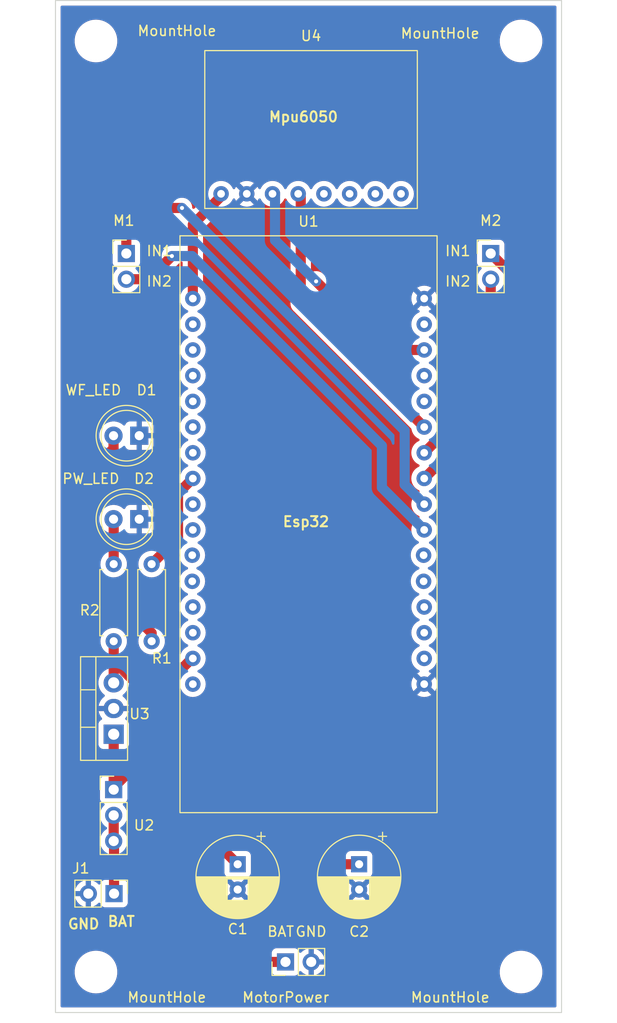
<source format=kicad_pcb>
(kicad_pcb (version 20211014) (generator pcbnew)
  (layers (0 "F.Cu" signal) (31 "B.Cu" signal) (34 "B.Paste" user) (35 "F.Paste" user) (36 "B.SilkS" user "B.Silkscreen") (37 "F.SilkS" user "F.Silkscreen") (38 "B.Mask" user) (39 "F.Mask" user) (44 "Edge.Cuts" user))
  (net 0 "")
  (net 1 "+BATT")
  (net 2 "GND")
  (net 3 "+5V")
  (net 4 "Net-(D1-Pad2)")
  (net 5 "Net-(D2-Pad2)")
  (net 6 "/WF_LED")
  (net 10 "/IN1")
  (net 16 "/IN2")
  (net 17 "/IN3")
  (net 18 "/IN4")
  (net 19 "/SDA")
  (net 20 "/SCL")
  (net 38 "+3V3")
  (net 39 "+BATT_IN")
  (footprint "Connector_PinHeader_2.54mm:PinHeader_1x02_P2.54mm_Vertical" (layer "F.Cu") (at 157.475 128.5 90)
    (fp_text reference "MotorPower" (at -3.5 0.025 180) (layer "F.SilkS"))
    (fp_text value "Motor_DC")
    (fp_line (start -1.33 1.27) (end -1.33 3.87) (layer "F.SilkS") (width 0.12))
    (fp_line (start -1.33 3.87) (end 1.33 3.87) (layer "F.SilkS") (width 0.12))
    (fp_line (start 1.33 1.27) (end 1.33 3.87) (layer "F.SilkS") (width 0.12))
    (fp_line (start -1.33 -1.33) (end 0 -1.33) (layer "F.SilkS") (width 0.12))
    (fp_line (start -1.33 0) (end -1.33 -1.33) (layer "F.SilkS") (width 0.12))
    (fp_line (start -1.33 1.27) (end 1.33 1.27) (layer "F.SilkS") (width 0.12))
    (pad "" thru_hole oval (at 0 2.54 90) (size 1.7 1.7) (drill 1) (layers *.Cu *.Mask) (net 2 "GND"))
    (pad "1" thru_hole rect (at 0 0 90) (size 1.7 1.7) (drill 1) (layers *.Cu *.Mask) (net 1 "+BATT"))
  )
  (footprint "Connector_PinHeader_2.54mm:PinHeader_1x02_P2.54mm_Vertical" (layer "F.Cu") (at 141.75 58.5)
    (fp_text reference "M1" (at -0.25 -3.25) (layer "F.SilkS"))
    (fp_text value "Motor_DC")
    (fp_line (start -1.33 0) (end -1.33 -1.33) (layer "F.SilkS") (width 0.12))
    (fp_line (start 1.33 1.27) (end 1.33 3.87) (layer "F.SilkS") (width 0.12))
    (fp_line (start -1.33 -1.33) (end 0 -1.33) (layer "F.SilkS") (width 0.12))
    (fp_line (start -1.33 1.27) (end 1.33 1.27) (layer "F.SilkS") (width 0.12))
    (fp_line (start -1.33 3.87) (end 1.33 3.87) (layer "F.SilkS") (width 0.12))
    (fp_line (start -1.33 1.27) (end -1.33 3.87) (layer "F.SilkS") (width 0.12))
    (pad "1" thru_hole rect (at 0 0) (size 1.7 1.7) (drill 1) (layers *.Cu *.Mask) (net 10 "/IN1"))
    (pad "2" thru_hole oval (at 0 2.54) (size 1.7 1.7) (drill 1) (layers *.Cu *.Mask) (net 16 "/IN2"))
  )
  (footprint "Connector_PinHeader_2.54mm:PinHeader_1x02_P2.54mm_Vertical" (layer "F.Cu") (at 140.535 121.75 -90)
    (fp_text reference "J1" (at -2.5 3.285 180) (layer "F.SilkS"))
    (fp_text value "PowerConnector")
    (fp_line (start 1.33 1.27) (end 1.33 3.87) (layer "F.SilkS") (width 0.12))
    (fp_line (start -1.33 -1.33) (end 0 -1.33) (layer "F.SilkS") (width 0.12))
    (fp_line (start -1.33 1.27) (end -1.33 3.87) (layer "F.SilkS") (width 0.12))
    (fp_line (start -1.33 1.27) (end 1.33 1.27) (layer "F.SilkS") (width 0.12))
    (fp_line (start -1.33 3.87) (end 1.33 3.87) (layer "F.SilkS") (width 0.12))
    (fp_line (start -1.33 0) (end -1.33 -1.33) (layer "F.SilkS") (width 0.12))
    (pad "1" thru_hole rect (at 0 0 270) (size 1.7 1.7) (drill 1) (layers *.Cu *.Mask) (net 39 "+BATT_IN"))
    (pad "2" thru_hole oval (at 0 2.54 270) (size 1.7 1.7) (drill 1) (layers *.Cu *.Mask) (net 2 "GND"))
  )
  (footprint "Connector_PinHeader_2.54mm:PinHeader_1x02_P2.54mm_Vertical" (layer "F.Cu") (at 177.75 58.5)
    (fp_text reference "M2" (at 0 -3.25) (layer "F.SilkS"))
    (fp_text value "Motor_DC")
    (fp_line (start -1.33 0) (end -1.33 -1.33) (layer "F.SilkS") (width 0.12))
    (fp_line (start 1.33 1.27) (end 1.33 3.87) (layer "F.SilkS") (width 0.12))
    (fp_line (start -1.33 -1.33) (end 0 -1.33) (layer "F.SilkS") (width 0.12))
    (fp_line (start -1.33 1.27) (end -1.33 3.87) (layer "F.SilkS") (width 0.12))
    (fp_line (start -1.33 1.27) (end 1.33 1.27) (layer "F.SilkS") (width 0.12))
    (fp_line (start -1.33 3.87) (end 1.33 3.87) (layer "F.SilkS") (width 0.12))
    (pad "1" thru_hole rect (at 0 0) (size 1.7 1.7) (drill 1) (layers *.Cu *.Mask) (net 17 "/IN3"))
    (pad "2" thru_hole oval (at 0 2.54) (size 1.7 1.7) (drill 1) (layers *.Cu *.Mask) (net 18 "/IN4"))
  )
  (footprint "MountingHole:MountingHole_3.2mm_M3" (layer "F.Cu") (at 180.75 37.5)
    (fp_text reference "MountHole" (at -8 -0.75) (layer "F.SilkS"))
    (fp_text value "MountingHole_3.2mm_M3")
    (pad "" np_thru_hole circle (at 0 0) (size 3.2 3.2) (drill 3.2) (layers *.Cu *.Mask))
  )
  (footprint "Resistor_THT:R_Axial_DIN0207_L6.3mm_D2.5mm_P7.62mm_Horizontal" (layer "F.Cu") (at 144.25 89.19 -90)
    (fp_text reference "R1" (at 9.31 -1 180) (layer "F.SilkS"))
    (fp_text value "40")
    (fp_line (start 7.08 -1.37) (end 7.08 -1.04) (layer "F.SilkS") (width 0.12))
    (fp_line (start 0.54 -1.04) (end 0.54 -1.37) (layer "F.SilkS") (width 0.12))
    (fp_line (start 0.54 1.04) (end 0.54 1.37) (layer "F.SilkS") (width 0.12))
    (fp_line (start 0.54 1.37) (end 7.08 1.37) (layer "F.SilkS") (width 0.12))
    (fp_line (start 0.54 -1.37) (end 7.08 -1.37) (layer "F.SilkS") (width 0.12))
    (fp_line (start 7.08 1.37) (end 7.08 1.04) (layer "F.SilkS") (width 0.12))
    (pad "1" thru_hole circle (at 0 0 270) (size 1.6 1.6) (drill 0.8) (layers *.Cu *.Mask) (net 6 "/WF_LED"))
    (pad "2" thru_hole oval (at 7.62 0 270) (size 1.6 1.6) (drill 0.8) (layers *.Cu *.Mask) (net 4 "Net-(D1-Pad2)"))
  )
  (footprint "Capacitor_THT:CP_Radial_D8.0mm_P2.50mm" (layer "F.Cu") (at 164.75 118.847349 -90)
    (fp_text reference "C2" (at 6.652651 0 180) (layer "F.SilkS"))
    (fp_text value "0.1uF")
    (fp_line (start 4.571 -2.4) (end 4.571 2.4) (layer "F.SilkS") (width 0.12))
    (fp_line (start 3.411 1.04) (end 3.411 3.469) (layer "F.SilkS") (width 0.12))
    (fp_line (start 2.971 -3.704) (end 2.971 -1.04) (layer "F.SilkS") (width 0.12))
    (fp_line (start 2.811 -3.774) (end 2.811 -1.04) (layer "F.SilkS") (width 0.12))
    (fp_line (start 2.651 -3.835) (end 2.651 -1.04) (layer "F.SilkS") (width 0.12))
    (fp_line (start 1.61 1.04) (end 1.61 4.065) (layer "F.SilkS") (width 0.12))
    (fp_line (start 3.251 1.04) (end 3.251 3.562) (layer "F.SilkS") (width 0.12))
    (fp_line (start 1.89 -4.03) (end 1.89 -1.04) (layer "F.SilkS") (width 0.12))
    (fp_line (start 3.651 -3.309) (end 3.651 3.309) (layer "F.SilkS") (width 0.12))
    (fp_line (start 4.851 -1.964) (end 4.851 1.964) (layer "F.SilkS") (width 0.12))
    (fp_line (start 5.091 -1.453) (end 5.091 1.453) (layer "F.SilkS") (width 0.12))
    (fp_line (start 5.051 -1.552) (end 5.051 1.552) (layer "F.SilkS") (width 0.12))
    (fp_line (start 3.211 1.04) (end 3.211 3.584) (layer "F.SilkS") (width 0.12))
    (fp_line (start 2.771 1.04) (end 2.771 3.79) (layer "F.SilkS") (width 0.12))
    (fp_line (start 4.091 -2.945) (end 4.091 2.945) (layer "F.SilkS") (width 0.12))
    (fp_line (start 1.93 -4.024) (end 1.93 -1.04) (layer "F.SilkS") (width 0.12))
    (fp_line (start 3.291 1.04) (end 3.291 3.54) (layer "F.SilkS") (width 0.12))
    (fp_line (start 3.371 -3.493) (end 3.371 -1.04) (layer "F.SilkS") (width 0.12))
    (fp_line (start 1.73 1.04) (end 1.73 4.052) (layer "F.SilkS") (width 0.12))
    (fp_line (start 2.291 -3.947) (end 2.291 -1.04) (layer "F.SilkS") (width 0.12))
    (fp_line (start 2.251 -3.957) (end 2.251 -1.04) (layer "F.SilkS") (width 0.12))
    (fp_line (start 2.771 -3.79) (end 2.771 -1.04) (layer "F.SilkS") (width 0.12))
    (fp_line (start 3.331 1.04) (end 3.331 3.517) (layer "F.SilkS") (width 0.12))
    (fp_line (start 2.411 1.04) (end 2.411 3.914) (layer "F.SilkS") (width 0.12))
    (fp_line (start 3.051 -3.666) (end 3.051 -1.04) (layer "F.SilkS") (width 0.12))
    (fp_line (start 1.53 1.04) (end 1.53 4.071) (layer "F.SilkS") (width 0.12))
    (fp_line (start 3.251 -3.562) (end 3.251 -1.04) (layer "F.SilkS") (width 0.12))
    (fp_line (start 2.931 -3.722) (end 2.931 -1.04) (layer "F.SilkS") (width 0.12))
    (fp_line (start 2.251 1.04) (end 2.251 3.957) (layer "F.SilkS") (width 0.12))
    (fp_line (start 2.891 1.04) (end 2.891 3.74) (layer "F.SilkS") (width 0.12))
    (fp_line (start 1.77 -4.048) (end 1.77 -1.04) (layer "F.SilkS") (width 0.12))
    (fp_line (start 1.57 -4.068) (end 1.57 -1.04) (layer "F.SilkS") (width 0.12))
    (fp_line (start 3.531 1.04) (end 3.531 3.392) (layer "F.SilkS") (width 0.12))
    (fp_line (start 2.971 1.04) (end 2.971 3.704) (layer "F.SilkS") (width 0.12))
    (fp_line (start 4.611 -2.345) (end 4.611 2.345) (layer "F.SilkS") (width 0.12))
    (fp_line (start 3.691 -3.28) (end 3.691 3.28) (layer "F.SilkS") (width 0.12))
    (fp_line (start 1.971 -4.017) (end 1.971 -1.04) (layer "F.SilkS") (width 0.12))
    (fp_line (start 1.89 1.04) (end 1.89 4.03) (layer "F.SilkS") (width 0.12))
    (fp_line (start 4.371 -2.651) (end 4.371 2.651) (layer "F.SilkS") (width 0.12))
    (fp_line (start 4.211 -2.826) (end 4.211 2.826) (layer "F.SilkS") (width 0.12))
    (fp_line (start 1.49 1.04) (end 1.49 4.074) (layer "F.SilkS") (width 0.12))
    (fp_line (start 1.971 1.04) (end 1.971 4.017) (layer "F.SilkS") (width 0.12))
    (fp_line (start 3.851 -3.156) (end 3.851 3.156) (layer "F.SilkS") (width 0.12))
    (fp_line (start 2.531 1.04) (end 2.531 3.877) (layer "F.SilkS") (width 0.12))
    (fp_line (start 2.131 -3.985) (end 2.131 -1.04) (layer "F.SilkS") (width 0.12))
    (fp_line (start 2.371 -3.925) (end 2.371 -1.04) (layer "F.SilkS") (width 0.12))
    (fp_line (start 3.091 1.04) (end 3.091 3.647) (layer "F.SilkS") (width 0.12))
    (fp_line (start 4.451 -2.556) (end 4.451 2.556) (layer "F.SilkS") (width 0.12))
    (fp_line (start 3.171 1.04) (end 3.171 3.606) (layer "F.SilkS") (width 0.12))
    (fp_line (start 1.85 1.04) (end 1.85 4.037) (layer "F.SilkS") (width 0.12))
    (fp_line (start 1.41 -4.077) (end 1.41 4.077) (layer "F.SilkS") (width 0.12))
    (fp_line (start 1.81 -4.042) (end 1.81 -1.04) (layer "F.SilkS") (width 0.12))
    (fp_line (start 2.651 1.04) (end 2.651 3.835) (layer "F.SilkS") (width 0.12))
    (fp_line (start 2.571 1.04) (end 2.571 3.863) (layer "F.SilkS") (width 0.12))
    (fp_line (start 2.691 1.04) (end 2.691 3.821) (layer "F.SilkS") (width 0.12))
    (fp_line (start 2.331 1.04) (end 2.331 3.936) (layer "F.SilkS") (width 0.12))
    (fp_line (start 3.091 -3.647) (end 3.091 -1.04) (layer "F.SilkS") (width 0.12))
    (fp_line (start 3.491 -3.418) (end 3.491 -1.04) (layer "F.SilkS") (width 0.12))
    (fp_line (start 4.411 -2.604) (end 4.411 2.604) (layer "F.SilkS") (width 0.12))
    (fp_line (start 3.411 -3.469) (end 3.411 -1.04) (layer "F.SilkS") (width 0.12))
    (fp_line (start 3.931 -3.09) (end 3.931 3.09) (layer "F.SilkS") (width 0.12))
    (fp_line (start 1.37 -4.079) (end 1.37 4.079) (layer "F.SilkS") (width 0.12))
    (fp_line (start 4.531 -2.454) (end 4.531 2.454) (layer "F.SilkS") (width 0.12))
    (fp_line (start 2.091 1.04) (end 2.091 3.994) (layer "F.SilkS") (width 0.12))
    (fp_line (start 1.77 1.04) (end 1.77 4.048) (layer "F.SilkS") (width 0.12))
    (fp_line (start 2.291 1.04) (end 2.291 3.947) (layer "F.SilkS") (width 0.12))
    (fp_line (start 2.451 1.04) (end 2.451 3.902) (layer "F.SilkS") (width 0.12))
    (fp_line (start 4.051 -2.983) (end 4.051 2.983) (layer "F.SilkS") (width 0.12))
    (fp_line (start 3.451 1.04) (end 3.451 3.444) (layer "F.SilkS") (width 0.12))
    (fp_line (start 4.691 -2.228) (end 4.691 2.228) (layer "F.SilkS") (width 0.12))
    (fp_line (start 4.491 -2.505) (end 4.491 2.505) (layer "F.SilkS") (width 0.12))
    (fp_line (start 2.451 -3.902) (end 2.451 -1.04) (layer "F.SilkS") (width 0.12))
    (fp_line (start 1.93 1.04) (end 1.93 4.024) (layer "F.SilkS") (width 0.12))
    (fp_line (start 2.851 -3.757) (end 2.851 -1.04) (layer "F.SilkS") (width 0.12))
    (fp_line (start 2.531 -3.877) (end 2.531 -1.04) (layer "F.SilkS") (width 0.12))
    (fp_line (start 4.971 -1.731) (end 4.971 1.731) (layer "F.SilkS") (width 0.12))
    (fp_line (start 1.73 -4.052) (end 1.73 -1.04) (layer "F.SilkS") (width 0.12))
    (fp_line (start 4.171 -2.867) (end 4.171 2.867) (layer "F.SilkS") (width 0.12))
    (fp_line (start 3.571 -3.365) (end 3.571 3.365) (layer "F.SilkS") (width 0.12))
    (fp_line (start 2.851 1.04) (end 2.851 3.757) (layer "F.SilkS") (width 0.12))
    (fp_line (start 3.451 -3.444) (end 3.451 -1.04) (layer "F.SilkS") (width 0.12))
    (fp_line (start 2.491 -3.889) (end 2.491 -1.04) (layer "F.SilkS") (width 0.12))
    (fp_line (start 5.291 -0.768) (end 5.291 0.768) (layer "F.SilkS") (width 0.12))
    (fp_line (start 3.291 -3.54) (end 3.291 -1.04) (layer "F.SilkS") (width 0.12))
    (fp_line (start 1.33 -4.08) (end 1.33 4.08) (layer "F.SilkS") (width 0.12))
    (fp_line (start 3.891 -3.124) (end 3.891 3.124) (layer "F.SilkS") (width 0.12))
    (fp_line (start 3.371 1.04) (end 3.371 3.493) (layer "F.SilkS") (width 0.12))
    (fp_line (start 1.81 1.04) (end 1.81 4.042) (layer "F.SilkS") (width 0.12))
    (fp_line (start 4.251 -2.784) (end 4.251 2.784) (layer "F.SilkS") (width 0.12))
    (fp_line (start 2.811 1.04) (end 2.811 3.774) (layer "F.SilkS") (width 0.12))
    (fp_line (start 1.53 -4.071) (end 1.53 -1.04) (layer "F.SilkS") (width 0.12))
    (fp_line (start 5.011 -1.645) (end 5.011 1.645) (layer "F.SilkS") (width 0.12))
    (fp_line (start 4.891 -1.89) (end 4.891 1.89) (layer "F.SilkS") (width 0.12))
    (fp_line (start 2.011 -4.01) (end 2.011 -1.04) (layer "F.SilkS") (width 0.12))
    (fp_line (start 1.61 -4.065) (end 1.61 -1.04) (layer "F.SilkS") (width 0.12))
    (fp_line (start 2.171 -3.976) (end 2.171 -1.04) (layer "F.SilkS") (width 0.12))
    (fp_line (start 3.011 -3.686) (end 3.011 -1.04) (layer "F.SilkS") (width 0.12))
    (fp_line (start 1.85 -4.037) (end 1.85 -1.04) (layer "F.SilkS") (width 0.12))
    (fp_line (start 2.411 -3.914) (end 2.411 -1.04) (layer "F.SilkS") (width 0.12))
    (fp_line (start -3.159698 -2.315) (end -2.359698 -2.315) (layer "F.SilkS") (width 0.12))
    (fp_line (start 2.611 -3.85) (end 2.611 -1.04) (layer "F.SilkS") (width 0.12))
    (fp_line (start 5.251 -0.948) (end 5.251 0.948) (layer "F.SilkS") (width 0.12))
    (fp_line (start 4.291 -2.741) (end 4.291 2.741) (layer "F.SilkS") (width 0.12))
    (fp_line (start 1.57 1.04) (end 1.57 4.068) (layer "F.SilkS") (width 0.12))
    (fp_line (start 3.211 -3.584) (end 3.211 -1.04) (layer "F.SilkS") (width 0.12))
    (fp_line (start 2.611 1.04) (end 2.611 3.85) (layer "F.SilkS") (width 0.12))
    (fp_line (start 3.131 1.04) (end 3.131 3.627) (layer "F.SilkS") (width 0.12))
    (fp_line (start 3.811 -3.189) (end 3.811 3.189) (layer "F.SilkS") (width 0.12))
    (fp_line (start 2.051 1.04) (end 2.051 4.002) (layer "F.SilkS") (width 0.12))
    (fp_line (start 2.211 -3.967) (end 2.211 -1.04) (layer "F.SilkS") (width 0.12))
    (fp_line (start 5.331 -0.533) (end 5.331 0.533) (layer "F.SilkS") (width 0.12))
    (fp_line (start 1.65 1.04) (end 1.65 4.061) (layer "F.SilkS") (width 0.12))
    (fp_line (start 4.651 -2.287) (end 4.651 2.287) (layer "F.SilkS") (width 0.12))
    (fp_line (start 2.171 1.04) (end 2.171 3.976) (layer "F.SilkS") (width 0.12))
    (fp_line (start 4.771 -2.102) (end 4.771 2.102) (layer "F.SilkS") (width 0.12))
    (fp_line (start 3.331 -3.517) (end 3.331 -1.04) (layer "F.SilkS") (width 0.12))
    (fp_line (start 1.69 1.04) (end 1.69 4.057) (layer "F.SilkS") (width 0.12))
    (fp_line (start 3.771 -3.22) (end 3.771 3.22) (layer "F.SilkS") (width 0.12))
    (fp_line (start 1.25 -4.08) (end 1.25 4.08) (layer "F.SilkS") (width 0.12))
    (fp_line (start 3.971 -3.055) (end 3.971 3.055) (layer "F.SilkS") (width 0.12))
    (fp_line (start 5.131 -1.346) (end 5.131 1.346) (layer "F.SilkS") (width 0.12))
    (fp_line (start 2.731 1.04) (end 2.731 3.805) (layer "F.SilkS") (width 0.12))
    (fp_line (start 2.891 -3.74) (end 2.891 -1.04) (layer "F.SilkS") (width 0.12))
    (fp_line (start 4.331 -2.697) (end 4.331 2.697) (layer "F.SilkS") (width 0.12))
    (fp_line (start 3.491 1.04) (end 3.491 3.418) (layer "F.SilkS") (width 0.12))
    (fp_line (start 2.571 -3.863) (end 2.571 -1.04) (layer "F.SilkS") (width 0.12))
    (fp_line (start 4.931 -1.813) (end 4.931 1.813) (layer "F.SilkS") (width 0.12))
    (fp_line (start 1.65 -4.061) (end 1.65 -1.04) (layer "F.SilkS") (width 0.12))
    (fp_line (start 4.011 -3.019) (end 4.011 3.019) (layer "F.SilkS") (width 0.12))
    (fp_line (start 2.211 1.04) (end 2.211 3.967) (layer "F.SilkS") (width 0.12))
    (fp_line (start 2.731 -3.805) (end 2.731 -1.04) (layer "F.SilkS") (width 0.12))
    (fp_line (start -2.759698 -2.715) (end -2.759698 -1.915) (layer "F.SilkS") (width 0.12))
    (fp_line (start 2.011 1.04) (end 2.011 4.01) (layer "F.SilkS") (width 0.12))
    (fp_line (start 2.051 -4.002) (end 2.051 -1.04) (layer "F.SilkS") (width 0.12))
    (fp_line (start 3.611 -3.338) (end 3.611 3.338) (layer "F.SilkS") (width 0.12))
    (fp_line (start 3.131 -3.627) (end 3.131 -1.04) (layer "F.SilkS") (width 0.12))
    (fp_line (start 2.331 -3.936) (end 2.331 -1.04) (layer "F.SilkS") (width 0.12))
    (fp_line (start 4.731 -2.166) (end 4.731 2.166) (layer "F.SilkS") (width 0.12))
    (fp_line (start 2.931 1.04) (end 2.931 3.722) (layer "F.SilkS") (width 0.12))
    (fp_line (start 3.531 -3.392) (end 3.531 -1.04) (layer "F.SilkS") (width 0.12))
    (fp_line (start 3.171 -3.606) (end 3.171 -1.04) (layer "F.SilkS") (width 0.12))
    (fp_line (start 3.051 1.04) (end 3.051 3.666) (layer "F.SilkS") (width 0.12))
    (fp_line (start 2.691 -3.821) (end 2.691 -1.04) (layer "F.SilkS") (width 0.12))
    (fp_line (start 1.45 -4.076) (end 1.45 4.076) (layer "F.SilkS") (width 0.12))
    (fp_line (start 2.371 1.04) (end 2.371 3.925) (layer "F.SilkS") (width 0.12))
    (fp_line (start 4.811 -2.034) (end 4.811 2.034) (layer "F.SilkS") (width 0.12))
    (fp_line (start 3.011 1.04) (end 3.011 3.686) (layer "F.SilkS") (width 0.12))
    (fp_line (start 2.091 -3.994) (end 2.091 -1.04) (layer "F.SilkS") (width 0.12))
    (fp_line (start 4.131 -2.907) (end 4.131 2.907) (layer "F.SilkS") (width 0.12))
    (fp_line (start 5.211 -1.098) (end 5.211 1.098) (layer "F.SilkS") (width 0.12))
    (fp_line (start 1.29 -4.08) (end 1.29 4.08) (layer "F.SilkS") (width 0.12))
    (fp_line (start 3.731 -3.25) (end 3.731 3.25) (layer "F.SilkS") (width 0.12))
    (fp_line (start 2.131 1.04) (end 2.131 3.985) (layer "F.SilkS") (width 0.12))
    (fp_line (start 2.491 1.04) (end 2.491 3.889) (layer "F.SilkS") (width 0.12))
    (fp_line (start 1.69 -4.057) (end 1.69 -1.04) (layer "F.SilkS") (width 0.12))
    (fp_line (start 5.171 -1.229) (end 5.171 1.229) (layer "F.SilkS") (width 0.12))
    (fp_line (start 1.49 -4.074) (end 1.49 -1.04) (layer "F.SilkS") (width 0.12))
    (fp_circle (center 1.25 0) (end 5.37 0) (layer "F.SilkS") (width 0.12) (fill none))
    (pad "1" thru_hole rect (at 0 0 270) (size 1.6 1.6) (drill 0.8) (layers *.Cu *.Mask) (net 3 "+5V"))
    (pad "2" thru_hole circle (at 2.5 0 270) (size 1.6 1.6) (drill 0.8) (layers *.Cu *.Mask) (net 2 "GND"))
  )
  (footprint "LED_THT:LED_D5.0mm" (layer "F.Cu") (at 143.025 76.5 180)
    (fp_text reference "D1" (at -0.725 4.5) (layer "F.SilkS"))
    (fp_text value "LED")
    (fp_line (start -1.29 -1.545) (end -1.29 1.545) (layer "F.SilkS") (width 0.12))
    (fp_arc (start -1.29 -1.54483) (mid 2.072002 -2.880433) (end 4.26 0.000462) (layer "F.SilkS") (width 0.12))
    (fp_arc (start 4.26 -0.000462) (mid 2.072002 2.880433) (end -1.29 1.54483) (layer "F.SilkS") (width 0.12))
    (fp_circle (center 1.27 0) (end 3.77 0) (layer "F.SilkS") (width 0.12) (fill none))
    (pad "1" thru_hole rect (at 0 0 180) (size 1.8 1.8) (drill 0.9) (layers *.Cu *.Mask) (net 2 "GND"))
    (pad "2" thru_hole circle (at 2.54 0 180) (size 1.8 1.8) (drill 0.9) (layers *.Cu *.Mask) (net 4 "Net-(D1-Pad2)"))
  )
  (footprint "MountingHole:MountingHole_3.2mm_M3" (layer "F.Cu") (at 180.75 129.5)
    (fp_text reference "MountHole" (at -7 2.5) (layer "F.SilkS"))
    (fp_text value "MountingHole_3.2mm_M3")
    (pad "" np_thru_hole circle (at 0 0) (size 3.2 3.2) (drill 3.2) (layers *.Cu *.Mask))
  )
  (footprint "myLibrary:Loline_d_32" (layer "F.Cu") (at 159.75 83.27)
    (fp_text reference "U1" (at 0 -27.94 unlocked) (layer "F.SilkS"))
    (fp_text value "Loline_d_32")
    (fp_rect (start -12.7 -26.52) (end 12.7 30.48) (layer "F.SilkS") (width 0.12) (fill none))
    (pad "0" thru_hole circle (at 11.43 10.16) (size 1.524 1.524) (drill 0.762) (layers *.Cu *.Mask))
    (pad "2" thru_hole circle (at 11.43 12.7) (size 1.524 1.524) (drill 0.762) (layers *.Cu *.Mask))
    (pad "3V" thru_hole circle (at -11.43 -20.32) (size 1.524 1.524) (drill 0.762) (layers *.Cu *.Mask) (net 38 "+3V3"))
    (pad "4" thru_hole circle (at 11.37 7.619999) (size 1.524 1.524) (drill 0.762) (layers *.Cu *.Mask))
    (pad "5" thru_hole circle (at 11.43 0) (size 1.524 1.524) (drill 0.762) (layers *.Cu *.Mask) (net 10 "/IN1"))
    (pad "12" thru_hole circle (at -11.49 7.619999) (size 1.524 1.524) (drill 0.762) (layers *.Cu *.Mask))
    (pad "13" thru_hole circle (at -11.43 10.16) (size 1.524 1.524) (drill 0.762) (layers *.Cu *.Mask))
    (pad "14" thru_hole circle (at -11.49 5.039999) (size 1.524 1.524) (drill 0.762) (layers *.Cu *.Mask))
    (pad "15" thru_hole circle (at 11.43 15.24) (size 1.524 1.524) (drill 0.762) (layers *.Cu *.Mask))
    (pad "16" thru_hole circle (at 11.37 5.039999) (size 1.524 1.524) (drill 0.762) (layers *.Cu *.Mask))
    (pad "17" thru_hole circle (at 11.43 2.54) (size 1.524 1.524) (drill 0.762) (layers *.Cu *.Mask) (net 16 "/IN2"))
    (pad "18" thru_hole circle (at 11.43 -2.54) (size 1.524 1.524) (drill 0.762) (layers *.Cu *.Mask) (net 17 "/IN3"))
    (pad "19" thru_hole circle (at 11.43 -5.08) (size 1.524 1.524) (drill 0.762) (layers *.Cu *.Mask) (net 18 "/IN4"))
    (pad "21" thru_hole circle (at 11.43 -7.62) (size 1.524 1.524) (drill 0.762) (layers *.Cu *.Mask) (net 19 "/SDA"))
    (pad "22" thru_hole circle (at 11.43 -15.24) (size 1.524 1.524) (drill 0.762) (layers *.Cu *.Mask) (net 20 "/SCL"))
    (pad "23" thru_hole circle (at 11.43 -17.78) (size 1.524 1.524) (drill 0.762) (layers *.Cu *.Mask))
    (pad "25" thru_hole circle (at -11.43 -2.54) (size 1.524 1.524) (drill 0.762) (layers *.Cu *.Mask) (net 6 "/WF_LED"))
    (pad "26" thru_hole circle (at -11.43 0) (size 1.524 1.524) (drill 0.762) (layers *.Cu *.Mask))
    (pad "27" thru_hole circle (at -11.43 2.54) (size 1.524 1.524) (drill 0.762) (layers *.Cu *.Mask))
    (pad "32" thru_hole circle (at -11.43 -7.62) (size 1.524 1.524) (drill 0.762) (layers *.Cu *.Mask))
    (pad "33" thru_hole circle (at -11.43 -5.08) (size 1.524 1.524) (drill 0.762) (layers *.Cu *.Mask))
    (pad "34" thru_hole circle (at -11.43 -10.16) (size 1.524 1.524) (drill 0.762) (layers *.Cu *.Mask))
    (pad "BAT" thru_hole circle (at -11.43 17.78) (size 1.524 1.524) (drill 0.762) (layers *.Cu *.Mask))
    (pad "EN" thru_hole circle (at -11.43 12.7) (size 1.524 1.524) (drill 0.762) (layers *.Cu *.Mask))
    (pad "GND" thru_hole circle (at 11.43 17.78) (size 1.524 1.524) (drill 0.762) (layers *.Cu *.Mask) (net 2 "GND"))
    (pad "GND" thru_hole circle (at 11.43 -20.32) (size 1.524 1.524) (drill 0.762) (layers *.Cu *.Mask) (net 2 "GND"))
    (pad "RS" thru_hole circle (at -11.43 -17.78) (size 1.524 1.524) (drill 0.762) (layers *.Cu *.Mask))
    (pad "RX" thru_hole circle (at 11.43 -10.16) (size 1.524 1.524) (drill 0.762) (layers *.Cu *.Mask))
    (pad "TX" thru_hole circle (at 11.43 -12.7) (size 1.524 1.524) (drill 0.762) (layers *.Cu *.Mask))
    (pad "USB" thru_hole circle (at -11.43 15.24) (size 1.524 1.524) (drill 0.762) (layers *.Cu *.Mask) (net 3 "+5V"))
    (pad "VN" thru_hole circle (at -11.43 -12.7) (size 1.524 1.524) (drill 0.762) (layers *.Cu *.Mask))
    (pad "VP" thru_hole circle (at -11.43 -15.24) (size 1.524 1.524) (drill 0.762) (layers *.Cu *.Mask))
  )
  (footprint "Package_TO_SOT_THT:TO-220-3_Vertical" (layer "F.Cu") (at 140.5 106 90)
    (fp_text reference "U3" (at 2 2.555 180) (layer "F.SilkS"))
    (fp_text value "L7805")
    (fp_line (start -2.58 -3.27) (end 7.66 -3.27) (layer "F.SilkS") (width 0.12))
    (fp_line (start -2.58 -3.27) (end -2.58 1.371) (layer "F.SilkS") (width 0.12))
    (fp_line (start 0.69 -3.27) (end 0.69 -1.76) (layer "F.SilkS") (width 0.12))
    (fp_line (start -2.58 -1.76) (end 7.66 -1.76) (layer "F.SilkS") (width 0.12))
    (fp_line (start 4.391 -3.27) (end 4.391 -1.76) (layer "F.SilkS") (width 0.12))
    (fp_line (start 7.66 -3.27) (end 7.66 1.371) (layer "F.SilkS") (width 0.12))
    (fp_line (start -2.58 1.371) (end 7.66 1.371) (layer "F.SilkS") (width 0.12))
    (pad "1" thru_hole rect (at 0 0 90) (size 1.905 2) (drill 1.1) (layers *.Cu *.Mask) (net 1 "+BATT"))
    (pad "2" thru_hole oval (at 2.54 0 90) (size 1.905 2) (drill 1.1) (layers *.Cu *.Mask) (net 2 "GND"))
    (pad "3" thru_hole oval (at 5.08 0 90) (size 1.905 2) (drill 1.1) (layers *.Cu *.Mask) (net 3 "+5V"))
  )
  (footprint "Connector_PinHeader_2.54mm:PinHeader_1x03_P2.54mm_Vertical" (layer "F.Cu") (at 140.5 111.475)
    (fp_text reference "U2" (at 3 3.525 180) (layer "F.SilkS"))
    (fp_text value "Switch1")
    (fp_line (start -1.33 6.41) (end 1.33 6.41) (layer "F.SilkS") (width 0.12))
    (fp_line (start 1.33 1.27) (end 1.33 6.41) (layer "F.SilkS") (width 0.12))
    (fp_line (start -1.33 1.27) (end 1.33 1.27) (layer "F.SilkS") (width 0.12))
    (fp_line (start -1.33 1.27) (end -1.33 6.41) (layer "F.SilkS") (width 0.12))
    (fp_line (start -1.33 -1.33) (end 0 -1.33) (layer "F.SilkS") (width 0.12))
    (fp_line (start -1.33 0) (end -1.33 -1.33) (layer "F.SilkS") (width 0.12))
    (pad "1" thru_hole rect (at 0 0) (size 1.7 1.7) (drill 1) (layers *.Cu *.Mask) (net 1 "+BATT"))
    (pad "2" thru_hole oval (at 0 2.54) (size 1.7 1.7) (drill 1) (layers *.Cu *.Mask) (net 39 "+BATT_IN"))
    (pad "3" thru_hole oval (at 0 5.08) (size 1.7 1.7) (drill 1) (layers *.Cu *.Mask) (net 39 "+BATT_IN"))
  )
  (footprint "Resistor_THT:R_Axial_DIN0207_L6.3mm_D2.5mm_P7.62mm_Horizontal" (layer "F.Cu") (at 140.5 96.81 90)
    (fp_text reference "R2" (at 3.06 -2.37 180) (layer "F.SilkS"))
    (fp_text value "330")
    (fp_line (start 0.54 1.37) (end 7.08 1.37) (layer "F.SilkS") (width 0.12))
    (fp_line (start 0.54 -1.37) (end 7.08 -1.37) (layer "F.SilkS") (width 0.12))
    (fp_line (start 0.54 1.04) (end 0.54 1.37) (layer "F.SilkS") (width 0.12))
    (fp_line (start 7.08 -1.37) (end 7.08 -1.04) (layer "F.SilkS") (width 0.12))
    (fp_line (start 7.08 1.37) (end 7.08 1.04) (layer "F.SilkS") (width 0.12))
    (fp_line (start 0.54 -1.04) (end 0.54 -1.37) (layer "F.SilkS") (width 0.12))
    (pad "1" thru_hole circle (at 0 0 90) (size 1.6 1.6) (drill 0.8) (layers *.Cu *.Mask) (net 3 "+5V"))
    (pad "2" thru_hole oval (at 7.62 0 90) (size 1.6 1.6) (drill 0.8) (layers *.Cu *.Mask) (net 5 "Net-(D2-Pad2)"))
  )
  (footprint "Capacitor_THT:CP_Radial_D8.0mm_P2.50mm" (layer "F.Cu") (at 152.75 118.847349 -90)
    (fp_text reference "C1" (at 6.402651 0 180) (layer "F.SilkS"))
    (fp_text value "0.33uF")
    (fp_line (start 4.011 -3.019) (end 4.011 3.019) (layer "F.SilkS") (width 0.12))
    (fp_line (start 2.011 1.04) (end 2.011 4.01) (layer "F.SilkS") (width 0.12))
    (fp_line (start 3.971 -3.055) (end 3.971 3.055) (layer "F.SilkS") (width 0.12))
    (fp_line (start 1.81 -4.042) (end 1.81 -1.04) (layer "F.SilkS") (width 0.12))
    (fp_line (start 2.931 -3.722) (end 2.931 -1.04) (layer "F.SilkS") (width 0.12))
    (fp_line (start 2.611 1.04) (end 2.611 3.85) (layer "F.SilkS") (width 0.12))
    (fp_line (start 1.89 1.04) (end 1.89 4.03) (layer "F.SilkS") (width 0.12))
    (fp_line (start 1.45 -4.076) (end 1.45 4.076) (layer "F.SilkS") (width 0.12))
    (fp_line (start 3.251 -3.562) (end 3.251 -1.04) (layer "F.SilkS") (width 0.12))
    (fp_line (start -3.159698 -2.315) (end -2.359698 -2.315) (layer "F.SilkS") (width 0.12))
    (fp_line (start 1.25 -4.08) (end 1.25 4.08) (layer "F.SilkS") (width 0.12))
    (fp_line (start 2.971 -3.704) (end 2.971 -1.04) (layer "F.SilkS") (width 0.12))
    (fp_line (start 2.371 1.04) (end 2.371 3.925) (layer "F.SilkS") (width 0.12))
    (fp_line (start 2.091 1.04) (end 2.091 3.994) (layer "F.SilkS") (width 0.12))
    (fp_line (start 1.49 1.04) (end 1.49 4.074) (layer "F.SilkS") (width 0.12))
    (fp_line (start 3.291 1.04) (end 3.291 3.54) (layer "F.SilkS") (width 0.12))
    (fp_line (start 2.451 1.04) (end 2.451 3.902) (layer "F.SilkS") (width 0.12))
    (fp_line (start 4.331 -2.697) (end 4.331 2.697) (layer "F.SilkS") (width 0.12))
    (fp_line (start 4.051 -2.983) (end 4.051 2.983) (layer "F.SilkS") (width 0.12))
    (fp_line (start 2.651 1.04) (end 2.651 3.835) (layer "F.SilkS") (width 0.12))
    (fp_line (start 1.53 1.04) (end 1.53 4.071) (layer "F.SilkS") (width 0.12))
    (fp_line (start 2.851 -3.757) (end 2.851 -1.04) (layer "F.SilkS") (width 0.12))
    (fp_line (start -2.759698 -2.715) (end -2.759698 -1.915) (layer "F.SilkS") (width 0.12))
    (fp_line (start 5.051 -1.552) (end 5.051 1.552) (layer "F.SilkS") (width 0.12))
    (fp_line (start 4.611 -2.345) (end 4.611 2.345) (layer "F.SilkS") (width 0.12))
    (fp_line (start 3.571 -3.365) (end 3.571 3.365) (layer "F.SilkS") (width 0.12))
    (fp_line (start 1.65 -4.061) (end 1.65 -1.04) (layer "F.SilkS") (width 0.12))
    (fp_line (start 1.77 1.04) (end 1.77 4.048) (layer "F.SilkS") (width 0.12))
    (fp_line (start 1.69 -4.057) (end 1.69 -1.04) (layer "F.SilkS") (width 0.12))
    (fp_line (start 4.251 -2.784) (end 4.251 2.784) (layer "F.SilkS") (width 0.12))
    (fp_line (start 2.211 1.04) (end 2.211 3.967) (layer "F.SilkS") (width 0.12))
    (fp_line (start 3.091 -3.647) (end 3.091 -1.04) (layer "F.SilkS") (width 0.12))
    (fp_line (start 4.651 -2.287) (end 4.651 2.287) (layer "F.SilkS") (width 0.12))
    (fp_line (start 3.531 1.04) (end 3.531 3.392) (layer "F.SilkS") (width 0.12))
    (fp_line (start 3.131 1.04) (end 3.131 3.627) (layer "F.SilkS") (width 0.12))
    (fp_line (start 1.93 1.04) (end 1.93 4.024) (layer "F.SilkS") (width 0.12))
    (fp_line (start 2.091 -3.994) (end 2.091 -1.04) (layer "F.SilkS") (width 0.12))
    (fp_line (start 1.69 1.04) (end 1.69 4.057) (layer "F.SilkS") (width 0.12))
    (fp_line (start 3.211 1.04) (end 3.211 3.584) (layer "F.SilkS") (width 0.12))
    (fp_line (start 3.931 -3.09) (end 3.931 3.09) (layer "F.SilkS") (width 0.12))
    (fp_line (start 5.131 -1.346) (end 5.131 1.346) (layer "F.SilkS") (width 0.12))
    (fp_line (start 2.691 1.04) (end 2.691 3.821) (layer "F.SilkS") (width 0.12))
    (fp_line (start 1.85 -4.037) (end 1.85 -1.04) (layer "F.SilkS") (width 0.12))
    (fp_line (start 3.531 -3.392) (end 3.531 -1.04) (layer "F.SilkS") (width 0.12))
    (fp_line (start 5.091 -1.453) (end 5.091 1.453) (layer "F.SilkS") (width 0.12))
    (fp_line (start 4.211 -2.826) (end 4.211 2.826) (layer "F.SilkS") (width 0.12))
    (fp_line (start 3.451 -3.444) (end 3.451 -1.04) (layer "F.SilkS") (width 0.12))
    (fp_line (start 2.291 -3.947) (end 2.291 -1.04) (layer "F.SilkS") (width 0.12))
    (fp_line (start 3.051 -3.666) (end 3.051 -1.04) (layer "F.SilkS") (width 0.12))
    (fp_line (start 2.171 -3.976) (end 2.171 -1.04) (layer "F.SilkS") (width 0.12))
    (fp_line (start 2.811 1.04) (end 2.811 3.774) (layer "F.SilkS") (width 0.12))
    (fp_line (start 2.371 -3.925) (end 2.371 -1.04) (layer "F.SilkS") (width 0.12))
    (fp_line (start 2.131 1.04) (end 2.131 3.985) (layer "F.SilkS") (width 0.12))
    (fp_line (start 2.291 1.04) (end 2.291 3.947) (layer "F.SilkS") (width 0.12))
    (fp_line (start 3.331 1.04) (end 3.331 3.517) (layer "F.SilkS") (width 0.12))
    (fp_line (start 5.331 -0.533) (end 5.331 0.533) (layer "F.SilkS") (width 0.12))
    (fp_line (start 1.33 -4.08) (end 1.33 4.08) (layer "F.SilkS") (width 0.12))
    (fp_line (start 1.73 1.04) (end 1.73 4.052) (layer "F.SilkS") (width 0.12))
    (fp_line (start 3.851 -3.156) (end 3.851 3.156) (layer "F.SilkS") (width 0.12))
    (fp_line (start 3.811 -3.189) (end 3.811 3.189) (layer "F.SilkS") (width 0.12))
    (fp_line (start 3.411 1.04) (end 3.411 3.469) (layer "F.SilkS") (width 0.12))
    (fp_line (start 1.53 -4.071) (end 1.53 -1.04) (layer "F.SilkS") (width 0.12))
    (fp_line (start 2.851 1.04) (end 2.851 3.757) (layer "F.SilkS") (width 0.12))
    (fp_line (start 2.451 -3.902) (end 2.451 -1.04) (layer "F.SilkS") (width 0.12))
    (fp_line (start 3.371 -3.493) (end 3.371 -1.04) (layer "F.SilkS") (width 0.12))
    (fp_line (start 5.291 -0.768) (end 5.291 0.768) (layer "F.SilkS") (width 0.12))
    (fp_line (start 4.771 -2.102) (end 4.771 2.102) (layer "F.SilkS") (width 0.12))
    (fp_line (start 3.651 -3.309) (end 3.651 3.309) (layer "F.SilkS") (width 0.12))
    (fp_line (start 4.491 -2.505) (end 4.491 2.505) (layer "F.SilkS") (width 0.12))
    (fp_line (start 4.731 -2.166) (end 4.731 2.166) (layer "F.SilkS") (width 0.12))
    (fp_line (start 4.891 -1.89) (end 4.891 1.89) (layer "F.SilkS") (width 0.12))
    (fp_line (start 1.73 -4.052) (end 1.73 -1.04) (layer "F.SilkS") (width 0.12))
    (fp_line (start 1.65 1.04) (end 1.65 4.061) (layer "F.SilkS") (width 0.12))
    (fp_line (start 4.531 -2.454) (end 4.531 2.454) (layer "F.SilkS") (width 0.12))
    (fp_line (start 2.411 1.04) (end 2.411 3.914) (layer "F.SilkS") (width 0.12))
    (fp_line (start 2.331 -3.936) (end 2.331 -1.04) (layer "F.SilkS") (width 0.12))
    (fp_line (start 3.731 -3.25) (end 3.731 3.25) (layer "F.SilkS") (width 0.12))
    (fp_line (start 1.971 1.04) (end 1.971 4.017) (layer "F.SilkS") (width 0.12))
    (fp_line (start 2.691 -3.821) (end 2.691 -1.04) (layer "F.SilkS") (width 0.12))
    (fp_line (start 5.171 -1.229) (end 5.171 1.229) (layer "F.SilkS") (width 0.12))
    (fp_line (start 2.611 -3.85) (end 2.611 -1.04) (layer "F.SilkS") (width 0.12))
    (fp_line (start 2.891 -3.74) (end 2.891 -1.04) (layer "F.SilkS") (width 0.12))
    (fp_line (start 3.371 1.04) (end 3.371 3.493) (layer "F.SilkS") (width 0.12))
    (fp_line (start 3.171 1.04) (end 3.171 3.606) (layer "F.SilkS") (width 0.12))
    (fp_line (start 4.451 -2.556) (end 4.451 2.556) (layer "F.SilkS") (width 0.12))
    (fp_line (start 2.251 -3.957) (end 2.251 -1.04) (layer "F.SilkS") (width 0.12))
    (fp_line (start 1.85 1.04) (end 1.85 4.037) (layer "F.SilkS") (width 0.12))
    (fp_line (start 2.571 -3.863) (end 2.571 -1.04) (layer "F.SilkS") (width 0.12))
    (fp_line (start 4.811 -2.034) (end 4.811 2.034) (layer "F.SilkS") (width 0.12))
    (fp_line (start 3.891 -3.124) (end 3.891 3.124) (layer "F.SilkS") (width 0.12))
    (fp_line (start 1.971 -4.017) (end 1.971 -1.04) (layer "F.SilkS") (width 0.12))
    (fp_line (start 2.811 -3.774) (end 2.811 -1.04) (layer "F.SilkS") (width 0.12))
    (fp_line (start 2.531 -3.877) (end 2.531 -1.04) (layer "F.SilkS") (width 0.12))
    (fp_line (start 5.011 -1.645) (end 5.011 1.645) (layer "F.SilkS") (width 0.12))
    (fp_line (start 2.331 1.04) (end 2.331 3.936) (layer "F.SilkS") (width 0.12))
    (fp_line (start 3.051 1.04) (end 3.051 3.666) (layer "F.SilkS") (width 0.12))
    (fp_line (start 2.491 -3.889) (end 2.491 -1.04) (layer "F.SilkS") (width 0.12))
    (fp_line (start 4.931 -1.813) (end 4.931 1.813) (layer "F.SilkS") (width 0.12))
    (fp_line (start 1.93 -4.024) (end 1.93 -1.04) (layer "F.SilkS") (width 0.12))
    (fp_line (start 5.251 -0.948) (end 5.251 0.948) (layer "F.SilkS") (width 0.12))
    (fp_line (start 3.491 -3.418) (end 3.491 -1.04) (layer "F.SilkS") (width 0.12))
    (fp_line (start 3.011 1.04) (end 3.011 3.686) (layer "F.SilkS") (width 0.12))
    (fp_line (start 4.411 -2.604) (end 4.411 2.604) (layer "F.SilkS") (width 0.12))
    (fp_line (start 2.251 1.04) (end 2.251 3.957) (layer "F.SilkS") (width 0.12))
    (fp_line (start 1.61 1.04) (end 1.61 4.065) (layer "F.SilkS") (width 0.12))
    (fp_line (start 3.451 1.04) (end 3.451 3.444) (layer "F.SilkS") (width 0.12))
    (fp_line (start 1.29 -4.08) (end 1.29 4.08) (layer "F.SilkS") (width 0.12))
    (fp_line (start 3.771 -3.22) (end 3.771 3.22) (layer "F.SilkS") (width 0.12))
    (fp_line (start 2.971 1.04) (end 2.971 3.704) (layer "F.SilkS") (width 0.12))
    (fp_line (start 1.61 -4.065) (end 1.61 -1.04) (layer "F.SilkS") (width 0.12))
    (fp_line (start 1.37 -4.079) (end 1.37 4.079) (layer "F.SilkS") (width 0.12))
    (fp_line (start 4.571 -2.4) (end 4.571 2.4) (layer "F.SilkS") (width 0.12))
    (fp_line (start 2.011 -4.01) (end 2.011 -1.04) (layer "F.SilkS") (width 0.12))
    (fp_line (start 4.131 -2.907) (end 4.131 2.907) (layer "F.SilkS") (width 0.12))
    (fp_line (start 4.091 -2.945) (end 4.091 2.945) (layer "F.SilkS") (width 0.12))
    (fp_line (start 4.371 -2.651) (end 4.371 2.651) (layer "F.SilkS") (width 0.12))
    (fp_line (start 3.611 -3.338) (end 3.611 3.338) (layer "F.SilkS") (width 0.12))
    (fp_line (start 4.291 -2.741) (end 4.291 2.741) (layer "F.SilkS") (width 0.12))
    (fp_line (start 4.851 -1.964) (end 4.851 1.964) (layer "F.SilkS") (width 0.12))
    (fp_line (start 2.131 -3.985) (end 2.131 -1.04) (layer "F.SilkS") (width 0.12))
    (fp_line (start 1.41 -4.077) (end 1.41 4.077) (layer "F.SilkS") (width 0.12))
    (fp_line (start 1.57 -4.068) (end 1.57 -1.04) (layer "F.SilkS") (width 0.12))
    (fp_line (start 2.771 1.04) (end 2.771 3.79) (layer "F.SilkS") (width 0.12))
    (fp_line (start 3.251 1.04) (end 3.251 3.562) (layer "F.SilkS") (width 0.12))
    (fp_line (start 2.531 1.04) (end 2.531 3.877) (layer "F.SilkS") (width 0.12))
    (fp_line (start 4.971 -1.731) (end 4.971 1.731) (layer "F.SilkS") (width 0.12))
    (fp_line (start 3.211 -3.584) (end 3.211 -1.04) (layer "F.SilkS") (width 0.12))
    (fp_line (start 2.771 -3.79) (end 2.771 -1.04) (layer "F.SilkS") (width 0.12))
    (fp_line (start 3.331 -3.517) (end 3.331 -1.04) (layer "F.SilkS") (width 0.12))
    (fp_line (start 2.571 1.04) (end 2.571 3.863) (layer "F.SilkS") (width 0.12))
    (fp_line (start 2.731 1.04) (end 2.731 3.805) (layer "F.SilkS") (width 0.12))
    (fp_line (start 1.57 1.04) (end 1.57 4.068) (layer "F.SilkS") (width 0.12))
    (fp_line (start 3.011 -3.686) (end 3.011 -1.04) (layer "F.SilkS") (width 0.12))
    (fp_line (start 3.171 -3.606) (end 3.171 -1.04) (layer "F.SilkS") (width 0.12))
    (fp_line (start 1.77 -4.048) (end 1.77 -1.04) (layer "F.SilkS") (width 0.12))
    (fp_line (start 2.171 1.04) (end 2.171 3.976) (layer "F.SilkS") (width 0.12))
    (fp_line (start 2.891 1.04) (end 2.891 3.74) (layer "F.SilkS") (width 0.12))
    (fp_line (start 3.491 1.04) (end 3.491 3.418) (layer "F.SilkS") (width 0.12))
    (fp_line (start 4.171 -2.867) (end 4.171 2.867) (layer "F.SilkS") (width 0.12))
    (fp_line (start 5.211 -1.098) (end 5.211 1.098) (layer "F.SilkS") (width 0.12))
    (fp_line (start 1.81 1.04) (end 1.81 4.042) (layer "F.SilkS") (width 0.12))
    (fp_line (start 3.291 -3.54) (end 3.291 -1.04) (layer "F.SilkS") (width 0.12))
    (fp_line (start 2.051 -4.002) (end 2.051 -1.04) (layer "F.SilkS") (width 0.12))
    (fp_line (start 3.411 -3.469) (end 3.411 -1.04) (layer "F.SilkS") (width 0.12))
    (fp_line (start 2.051 1.04) (end 2.051 4.002) (layer "F.SilkS") (width 0.12))
    (fp_line (start 3.691 -3.28) (end 3.691 3.28) (layer "F.SilkS") (width 0.12))
    (fp_line (start 2.211 -3.967) (end 2.211 -1.04) (layer "F.SilkS") (width 0.12))
    (fp_line (start 2.491 1.04) (end 2.491 3.889) (layer "F.SilkS") (width 0.12))
    (fp_line (start 2.931 1.04) (end 2.931 3.722) (layer "F.SilkS") (width 0.12))
    (fp_line (start 2.651 -3.835) (end 2.651 -1.04) (layer "F.SilkS") (width 0.12))
    (fp_line (start 3.091 1.04) (end 3.091 3.647) (layer "F.SilkS") (width 0.12))
    (fp_line (start 3.131 -3.627) (end 3.131 -1.04) (layer "F.SilkS") (width 0.12))
    (fp_line (start 1.49 -4.074) (end 1.49 -1.04) (layer "F.SilkS") (width 0.12))
    (fp_line (start 4.691 -2.228) (end 4.691 2.228) (layer "F.SilkS") (width 0.12))
    (fp_line (start 2.411 -3.914) (end 2.411 -1.04) (layer "F.SilkS") (width 0.12))
    (fp_line (start 1.89 -4.03) (end 1.89 -1.04) (layer "F.SilkS") (width 0.12))
    (fp_line (start 2.731 -3.805) (end 2.731 -1.04) (layer "F.SilkS") (width 0.12))
    (fp_circle (center 1.25 0) (end 5.37 0) (layer "F.SilkS") (width 0.12) (fill none))
    (pad "1" thru_hole rect (at 0 0 270) (size 1.6 1.6) (drill 0.8) (layers *.Cu *.Mask) (net 1 "+BATT"))
    (pad "2" thru_hole circle (at 2.5 0 270) (size 1.6 1.6) (drill 0.8) (layers *.Cu *.Mask) (net 2 "GND"))
  )
  (footprint "LED_THT:LED_D5.0mm" (layer "F.Cu") (at 143.025 84.75 180)
    (fp_text reference "D2" (at -0.475 4) (layer "F.SilkS"))
    (fp_text value "LED")
    (fp_line (start -1.29 -1.545) (end -1.29 1.545) (layer "F.SilkS") (width 0.12))
    (fp_arc (start 4.26 -0.000462) (mid 2.072002 2.880433) (end -1.29 1.54483) (layer "F.SilkS") (width 0.12))
    (fp_arc (start -1.29 -1.54483) (mid 2.072002 -2.880433) (end 4.26 0.000462) (layer "F.SilkS") (width 0.12))
    (fp_circle (center 1.27 0) (end 3.77 0) (layer "F.SilkS") (width 0.12) (fill none))
    (pad "1" thru_hole rect (at 0 0 180) (size 1.8 1.8) (drill 0.9) (layers *.Cu *.Mask) (net 2 "GND"))
    (pad "2" thru_hole circle (at 2.54 0 180) (size 1.8 1.8) (drill 0.9) (layers *.Cu *.Mask) (net 5 "Net-(D2-Pad2)"))
  )
  (footprint "MountingHole:MountingHole_3.2mm_M3" (layer "F.Cu") (at 138.75 129.5)
    (fp_text reference "MountHole" (at 7 2.5) (layer "F.SilkS"))
    (fp_text value "MountingHole_3.2mm_M3")
    (pad "" np_thru_hole circle (at 0 0) (size 3.2 3.2) (drill 3.2) (layers *.Cu *.Mask))
  )
  (footprint "myLibrary:Mpu6050" (layer "F.Cu") (at 160 46.25 90)
    (fp_text reference "U4" (at 9.25 0 unlocked) (layer "F.SilkS"))
    (fp_text value "Mpu6050")
    (fp_rect (start -7.8 -10.5) (end 7.8 10.5) (layer "F.SilkS") (width 0.12) (fill none))
    (pad "AD0" thru_hole circle (at -6.35 6.35 90) (size 1.524 1.524) (drill 0.762) (layers *.Cu *.Mask))
    (pad "GND" thru_hole circle (at -6.35 -6.35 90) (size 1.524 1.524) (drill 0.762) (layers *.Cu *.Mask) (net 2 "GND"))
    (pad "INT" thru_hole circle (at -6.35 8.89 90) (size 1.524 1.524) (drill 0.762) (layers *.Cu *.Mask))
    (pad "SCL" thru_hole circle (at -6.35 -3.81 90) (size 1.524 1.524) (drill 0.762) (layers *.Cu *.Mask) (net 20 "/SCL"))
    (pad "SDA" thru_hole circle (at -6.35 -1.27 90) (size 1.524 1.524) (drill 0.762) (layers *.Cu *.Mask) (net 19 "/SDA"))
    (pad "VCC" thru_hole circle (at -6.35 -8.89 90) (size 1.524 1.524) (drill 0.762) (layers *.Cu *.Mask) (net 38 "+3V3"))
    (pad "XCL" thru_hole circle (at -6.35 3.81 90) (size 1.524 1.524) (drill 0.762) (layers *.Cu *.Mask))
    (pad "XDA" thru_hole circle (at -6.35 1.27 90) (size 1.524 1.524) (drill 0.762) (layers *.Cu *.Mask))
  )
  (footprint "MountingHole:MountingHole_3.2mm_M3" (layer "F.Cu") (at 138.75 37.5)
    (fp_text reference "MountHole" (at 8 -1) (layer "F.SilkS"))
    (fp_text value "MountingHole_3.2mm_M3")
    (pad "" np_thru_hole circle (at 0 0) (size 3.2 3.2) (drill 3.2) (layers *.Cu *.Mask))
  )
  (gr_rect (start 134.75 33.5) (end 184.75 133.5) (layer "Edge.Cuts") (width 0.1) (fill none))
  (gr_text "BAT" (at 141.25 124.5) (layer "F.SilkS") (effects (font (size 1 1) (thickness 0.2))))
  (gr_text "PW_LED" (at 138.25 80.75) (layer "F.SilkS") (effects (font (size 1 1))))
  (gr_text "WF_LED" (at 138.5 72) (layer "F.SilkS") (effects (font (size 1 1))))
  (gr_text "GND" (at 160 125.5) (layer "F.SilkS") (effects (font (size 1 1))))
  (gr_text "IN2" (at 145 61.25) (layer "F.SilkS") (effects (font (size 1 1))))
  (gr_text "IN1" (at 174.5 58.25) (layer "F.SilkS") (effects (font (size 1 1))))
  (gr_text "BAT" (at 157 125.5) (layer "F.SilkS") (effects (font (size 1 1))))
  (gr_text "Mpu6050" (at 159.25 45) (layer "F.SilkS") (effects (font (size 1 1) (thickness 0.2))))
  (gr_text "IN1" (at 145 58.25) (layer "F.SilkS") (effects (font (size 1 1))))
  (gr_text "IN2" (at 174.5 61.25) (layer "F.SilkS") (effects (font (size 1 1))))
  (gr_text "Esp32" (at 159.5 85) (layer "F.SilkS") (effects (font (size 1 1) (thickness 0.2))))
  (gr_text "GND" (at 137.535 124.75) (layer "F.SilkS") (effects (font (size 1 1) (thickness 0.2))))
  (segment (start 152.75 118.847349) (end 145.326326 111.423674) (width 1) (layer "F.Cu") (net 1))
  (segment (start 140.5 111.475) (end 140.5 109.5) (width 1) (layer "F.Cu") (net 1))
  (segment (start 157.475 128.5) (end 153.75 128.5) (width 1) (layer "F.Cu") (net 1))
  (segment (start 143.402651 109.5) (end 142.25 109.5) (width 1) (layer "F.Cu") (net 1))
  (segment (start 143.402651 109.5) (end 140.5 109.5) (width 1) (layer "F.Cu") (net 1))
  (segment locked (start 145.326326 111.423674) (end 143.402651 109.5) (width 1) (layer "F.Cu") (net 1))
  (segment (start 145.25 111.5) (end 145.326326 111.423674) (width 1) (layer "F.Cu") (net 1))
  (segment (start 140.5 111.25) (end 142.25 109.5) (width 1) (layer "F.Cu") (net 1))
  (segment (start 142.25 109.5) (end 140.5 107.75) (width 1) (layer "F.Cu") (net 1))
  (segment (start 153.75 128.5) (end 145.25 120) (width 1) (layer "F.Cu") (net 1))
  (segment (start 145.25 120) (end 145.25 111.5) (width 1) (layer "F.Cu") (net 1))
  (segment (start 140.5 111.475) (end 140.5 111.25) (width 1) (layer "F.Cu") (net 1))
  (segment (start 140.5 109.5) (end 140.5 107.75) (width 1) (layer "F.Cu") (net 1))
  (segment (start 140.5 107.75) (end 140.5 106) (width 1) (layer "F.Cu") (net 1))
  (segment (start 164.75 118.847349) (end 161.347349 118.847349) (width 1) (layer "F.Cu") (net 3))
  (segment (start 140.5 100.92) (end 140.5 98.75) (width 1) (layer "F.Cu") (net 3))
  (segment (start 143.25 101.5) (end 140.5 98.75) (width 1) (layer "F.Cu") (net 3))
  (segment (start 148.24 98.51) (end 145.25 101.5) (width 1) (layer "F.Cu") (net 3))
  (segment (start 161.347349 118.847349) (end 144 101.5) (width 1) (layer "F.Cu") (net 3))
  (segment (start 140.5 98.75) (end 140.5 96.81) (width 1) (layer "F.Cu") (net 3))
  (segment (start 145.25 101.5) (end 144 101.5) (width 1) (layer "F.Cu") (net 3))
  (segment (start 148.32 98.51) (end 148.24 98.51) (width 1) (layer "F.Cu") (net 3))
  (segment (start 144 101.5) (end 143.25 101.5) (width 1) (layer "F.Cu") (net 3))
  (segment (start 140.485 76.5) (end 140.485 77.772792) (width 1) (layer "F.Cu") (net 4))
  (segment (start 137 81.257792) (end 137 88.75) (width 1) (layer "F.Cu") (net 4))
  (segment (start 137 88.75) (end 144.25 96) (width 1) (layer "F.Cu") (net 4))
  (segment (start 140.485 77.772792) (end 137 81.257792) (width 1) (layer "F.Cu") (net 4))
  (segment (start 144.25 96) (end 144.25 96.81) (width 1) (layer "F.Cu") (net 4))
  (segment (start 140.5 89.19) (end 140.5 84.765) (width 1) (layer "F.Cu") (net 5))
  (segment (start 140.5 84.765) (end 140.485 84.75) (width 1) (layer "F.Cu") (net 5))
  (segment (start 146.858489 82.191511) (end 146.858489 86.581511) (width 1) (layer "F.Cu") (net 6))
  (segment (start 146.858489 86.581511) (end 144.25 89.19) (width 1) (layer "F.Cu") (net 6))
  (segment (start 148.32 80.73) (end 146.858489 82.191511) (width 1) (layer "F.Cu") (net 6))
  (segment (start 141.75 56) (end 143.75 54) (width 1) (layer "F.Cu") (net 10))
  (segment (start 141.75 58.5) (end 141.75 56) (width 1) (layer "F.Cu") (net 10))
  (segment (start 143.75 54) (end 147.25 54) (width 1) (layer "F.Cu") (net 10))
  (via (at 147.25 54) (size 0.8) (drill 0.4) (layers "F.Cu" "B.Cu") (net 10))
  (segment (start 147.25 54) (end 169.25 76) (width 1) (layer "B.Cu") (net 10))
  (segment (start 169.25 76) (end 169.25 81.34) (width 1) (layer "B.Cu") (net 10))
  (segment (start 169.25 81.34) (end 171.18 83.27) (width 1) (layer "B.Cu") (net 10))
  (segment (start 143.96 61.04) (end 146.25 58.75) (width 1) (layer "F.Cu") (net 16))
  (segment (start 141.75 61.04) (end 143.96 61.04) (width 1) (layer "F.Cu") (net 16))
  (via (at 146.25 58.75) (size 0.8) (drill 0.4) (layers "F.Cu" "B.Cu") (net 16))
  (segment (start 148.25 58.75) (end 167 77.5) (width 1) (layer "B.Cu") (net 16))
  (segment (start 146.25 58.75) (end 148.25 58.75) (width 1) (layer "B.Cu") (net 16))
  (segment (start 167 77.5) (end 167 81.63) (width 1) (layer "B.Cu") (net 16))
  (segment (start 167 81.63) (end 171.18 85.81) (width 1) (layer "B.Cu") (net 16))
  (segment (start 179.75 60.5) (end 179.75 72.16) (width 1) (layer "F.Cu") (net 17))
  (segment (start 179.75 72.16) (end 171.18 80.73) (width 1) (layer "F.Cu") (net 17))
  (segment (start 177.75 58.5) (end 179.75 60.5) (width 1) (layer "F.Cu") (net 17))
  (segment (start 177.75 61.04) (end 177.75 71.62) (width 1) (layer "F.Cu") (net 18))
  (segment (start 177.75 71.62) (end 171.18 78.19) (width 1) (layer "F.Cu") (net 18))
  (segment (start 158.98 63.45) (end 158.98 52.6) (width 1) (layer "F.Cu") (net 19))
  (segment (start 171.18 75.65) (end 158.98 63.45) (width 1) (layer "F.Cu") (net 19))
  (segment (start 167.28 68.03) (end 161 61.75) (width 1) (layer "F.Cu") (net 20))
  (segment (start 161 61.75) (end 160.5 61.25) (width 1) (layer "F.Cu") (net 20))
  (segment (start 171.18 68.03) (end 167.28 68.03) (width 1) (layer "F.Cu") (net 20))
  (via (at 160.5 61.25) (size 0.8) (drill 0.4) (layers "F.Cu" "B.Cu") (net 20))
  (segment (start 160.5 61.25) (end 156.44 57.19) (width 1) (layer "B.Cu") (net 20))
  (segment (start 156.44 57.19) (end 156.44 52.6) (width 1) (layer "B.Cu") (net 20))
  (segment (start 148.32 55.64) (end 151.36 52.6) (width 1) (layer "F.Cu") (net 38))
  (segment (start 148.32 62.95) (end 148.32 55.64) (width 1) (layer "F.Cu") (net 38))
  (segment (start 140.535 116.59) (end 140.5 116.555) (width 1) (layer "F.Cu") (net 39))
  (segment (start 140.5 116.555) (end 140.5 114.015) (width 1) (layer "F.Cu") (net 39))
  (segment (start 140.535 121.75) (end 140.535 116.59) (width 1) (layer "F.Cu") (net 39))
  (zone (net 2) (net_name "GND") (layer "F.Cu") (connect_pads (clearance 0.508)) (min_thickness 0.254) (fill yes (thermal_gap 0.508) (thermal_bridge_width 0.508))
    (polygon (pts (xy 184.75 133.5) (xy 134.75 133.5) (xy 134.75 33.5) (xy 184.75 33.5)))
  )
  (zone (net 2) (net_name "GND") (layer "B.Cu") (connect_pads (clearance 0.508)) (min_thickness 0.254) (fill yes (thermal_gap 0.508) (thermal_bridge_width 0.508))
    (polygon (pts (xy 184.75 133.5) (xy 134.75 133.5) (xy 134.75 33.5) (xy 184.75 33.5)))
  )
)
</source>
